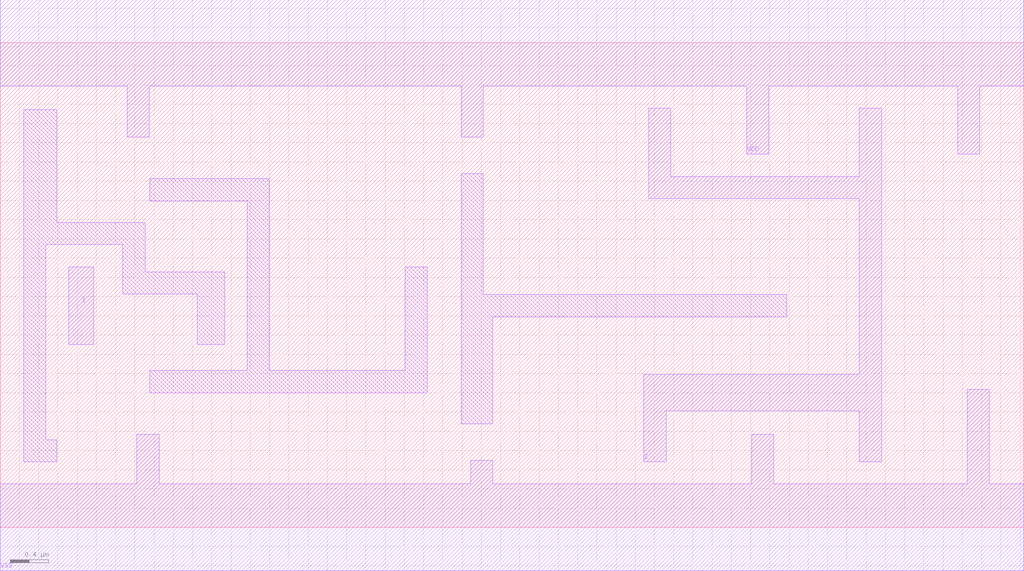
<source format=lef>
# Copyright 2022 GlobalFoundries PDK Authors
#
# Licensed under the Apache License, Version 2.0 (the "License");
# you may not use this file except in compliance with the License.
# You may obtain a copy of the License at
#
#      http://www.apache.org/licenses/LICENSE-2.0
#
# Unless required by applicable law or agreed to in writing, software
# distributed under the License is distributed on an "AS IS" BASIS,
# WITHOUT WARRANTIES OR CONDITIONS OF ANY KIND, either express or implied.
# See the License for the specific language governing permissions and
# limitations under the License.

MACRO gf180mcu_fd_sc_mcu9t5v0__dlyb_4
  CLASS core ;
  FOREIGN gf180mcu_fd_sc_mcu9t5v0__dlyb_4 0.0 0.0 ;
  ORIGIN 0 0 ;
  SYMMETRY X Y ;
  SITE GF018hv5v_green_sc9 ;
  SIZE 10.64 BY 5.04 ;
  PIN I
    DIRECTION INPUT ;
    ANTENNAGATEAREA 0.396 ;
    PORT
      LAYER Metal1 ;
        POLYGON 0.71 1.9 0.97 1.9 0.97 2.71 0.71 2.71  ;
    END
  END I
  PIN Z
    DIRECTION OUTPUT ;
    ANTENNADIFFAREA 3.825 ;
    PORT
      LAYER Metal1 ;
        POLYGON 6.74 3.42 8.175 3.42 8.93 3.42 8.93 1.59 6.69 1.59 6.69 0.68 6.92 0.68 6.92 1.21 8.93 1.21 8.93 0.68 9.16 0.68 9.16 4.36 8.93 4.36 8.93 3.65 8.175 3.65 6.97 3.65 6.97 4.36 6.74 4.36  ;
    END
  END Z
  PIN VDD
    DIRECTION INOUT ;
    USE power ;
    SHAPE ABUTMENT ;
    PORT
      LAYER Metal1 ;
        POLYGON 0 4.59 1.32 4.59 1.32 4.06 1.55 4.06 1.55 4.59 4.44 4.59 4.79 4.59 4.79 4.06 5.02 4.06 5.02 4.59 7.76 4.59 7.76 3.88 7.99 3.88 7.99 4.59 8.175 4.59 9.95 4.59 9.95 3.88 10.18 3.88 10.18 4.59 10.64 4.59 10.64 5.49 8.175 5.49 4.44 5.49 0 5.49  ;
    END
  END VDD
  PIN VSS
    DIRECTION INOUT ;
    USE ground ;
    SHAPE ABUTMENT ;
    PORT
      LAYER Metal1 ;
        POLYGON 0 -0.45 10.64 -0.45 10.64 0.45 10.28 0.45 10.28 1.435 10.05 1.435 10.05 0.45 8.04 0.45 8.04 0.965 7.81 0.965 7.81 0.45 5.12 0.45 5.12 0.695 4.89 0.695 4.89 0.45 1.65 0.45 1.65 0.965 1.42 0.965 1.42 0.45 0 0.45  ;
    END
  END VSS
  OBS
      LAYER Metal1 ;
        POLYGON 0.475 2.94 1.275 2.94 1.275 2.425 2.05 2.425 2.05 1.9 2.335 1.9 2.335 2.655 1.505 2.655 1.505 3.17 0.585 3.17 0.585 4.345 0.245 4.345 0.245 0.68 0.585 0.68 0.585 0.91 0.475 0.91  ;
        POLYGON 1.555 3.395 2.565 3.395 2.565 1.63 1.555 1.63 1.555 1.4 4.44 1.4 4.44 2.71 4.21 2.71 4.21 1.63 2.795 1.63 2.795 3.625 1.555 3.625  ;
        POLYGON 4.79 1.075 5.12 1.075 5.12 2.19 8.175 2.19 8.175 2.42 5.02 2.42 5.02 3.68 4.79 3.68  ;
  END
END gf180mcu_fd_sc_mcu9t5v0__dlyb_4

</source>
